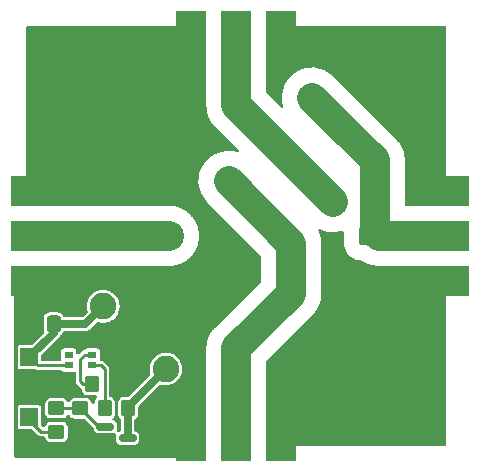
<source format=gbr>
%TF.GenerationSoftware,KiCad,Pcbnew,(6.0.7)*%
%TF.CreationDate,2022-09-13T12:21:28-04:00*%
%TF.ProjectId,switch-board,73776974-6368-42d6-926f-6172642e6b69,A*%
%TF.SameCoordinates,Original*%
%TF.FileFunction,Copper,L1,Top*%
%TF.FilePolarity,Positive*%
%FSLAX46Y46*%
G04 Gerber Fmt 4.6, Leading zero omitted, Abs format (unit mm)*
G04 Created by KiCad (PCBNEW (6.0.7)) date 2022-09-13 12:21:28*
%MOMM*%
%LPD*%
G01*
G04 APERTURE LIST*
G04 Aperture macros list*
%AMRoundRect*
0 Rectangle with rounded corners*
0 $1 Rounding radius*
0 $2 $3 $4 $5 $6 $7 $8 $9 X,Y pos of 4 corners*
0 Add a 4 corners polygon primitive as box body*
4,1,4,$2,$3,$4,$5,$6,$7,$8,$9,$2,$3,0*
0 Add four circle primitives for the rounded corners*
1,1,$1+$1,$2,$3*
1,1,$1+$1,$4,$5*
1,1,$1+$1,$6,$7*
1,1,$1+$1,$8,$9*
0 Add four rect primitives between the rounded corners*
20,1,$1+$1,$2,$3,$4,$5,0*
20,1,$1+$1,$4,$5,$6,$7,0*
20,1,$1+$1,$6,$7,$8,$9,0*
20,1,$1+$1,$8,$9,$2,$3,0*%
G04 Aperture macros list end*
%TA.AperFunction,SMDPad,CuDef*%
%ADD10RoundRect,0.250000X1.450000X-0.537500X1.450000X0.537500X-1.450000X0.537500X-1.450000X-0.537500X0*%
%TD*%
%TA.AperFunction,SMDPad,CuDef*%
%ADD11RoundRect,0.250000X0.450000X-0.350000X0.450000X0.350000X-0.450000X0.350000X-0.450000X-0.350000X0*%
%TD*%
%TA.AperFunction,SMDPad,CuDef*%
%ADD12R,5.080000X2.540000*%
%TD*%
%TA.AperFunction,SMDPad,CuDef*%
%ADD13RoundRect,0.250000X-0.337500X-0.475000X0.337500X-0.475000X0.337500X0.475000X-0.337500X0.475000X0*%
%TD*%
%TA.AperFunction,SMDPad,CuDef*%
%ADD14R,2.540000X5.080000*%
%TD*%
%TA.AperFunction,SMDPad,CuDef*%
%ADD15RoundRect,0.250000X0.350000X0.450000X-0.350000X0.450000X-0.350000X-0.450000X0.350000X-0.450000X0*%
%TD*%
%TA.AperFunction,SMDPad,CuDef*%
%ADD16RoundRect,0.250000X-0.350000X-0.450000X0.350000X-0.450000X0.350000X0.450000X-0.350000X0.450000X0*%
%TD*%
%TA.AperFunction,ComponentPad*%
%ADD17C,8.600000*%
%TD*%
%TA.AperFunction,SMDPad,CuDef*%
%ADD18RoundRect,0.250000X0.537500X1.450000X-0.537500X1.450000X-0.537500X-1.450000X0.537500X-1.450000X0*%
%TD*%
%TA.AperFunction,SMDPad,CuDef*%
%ADD19R,0.800000X0.550000*%
%TD*%
%TA.AperFunction,SMDPad,CuDef*%
%ADD20RoundRect,0.250000X-0.537500X-1.450000X0.537500X-1.450000X0.537500X1.450000X-0.537500X1.450000X0*%
%TD*%
%TA.AperFunction,SMDPad,CuDef*%
%ADD21RoundRect,0.250000X-1.450000X0.537500X-1.450000X-0.537500X1.450000X-0.537500X1.450000X0.537500X0*%
%TD*%
%TA.AperFunction,SMDPad,CuDef*%
%ADD22R,1.500000X1.500000*%
%TD*%
%TA.AperFunction,ComponentPad*%
%ADD23C,2.250000*%
%TD*%
%TA.AperFunction,SMDPad,CuDef*%
%ADD24RoundRect,0.150000X-0.587500X-0.150000X0.587500X-0.150000X0.587500X0.150000X-0.587500X0.150000X0*%
%TD*%
%TA.AperFunction,ViaPad*%
%ADD25C,1.016000*%
%TD*%
%TA.AperFunction,ViaPad*%
%ADD26C,2.540000*%
%TD*%
%TA.AperFunction,Conductor*%
%ADD27C,0.635000*%
%TD*%
%TA.AperFunction,Conductor*%
%ADD28C,2.540000*%
%TD*%
%TA.AperFunction,Conductor*%
%ADD29C,0.254000*%
%TD*%
G04 APERTURE END LIST*
D10*
%TO.P,C2,1*%
%TO.N,GND*%
X120015000Y-67796500D03*
%TO.P,C2,2*%
%TO.N,Net-(J6-Pad1)*%
X120015000Y-63521500D03*
%TD*%
D11*
%TO.P,R4,1*%
%TO.N,GND*%
X94742000Y-80121000D03*
%TO.P,R4,2*%
%TO.N,Net-(Q1-Pad1)*%
X94742000Y-78121000D03*
%TD*%
D12*
%TO.P,J6,1,In*%
%TO.N,Net-(J6-Pad1)*%
X125095000Y-63500000D03*
%TO.P,J6,2,Ext*%
%TO.N,GND*%
X125095000Y-67310000D03*
X125095000Y-59690000D03*
%TD*%
D13*
%TO.P,C1,1*%
%TO.N,GND*%
X90402500Y-70977000D03*
%TO.P,C1,2*%
%TO.N,Net-(C1-Pad2)*%
X92477500Y-70977000D03*
%TD*%
D14*
%TO.P,J4,1,In*%
%TO.N,Net-(C4-Pad2)*%
X107950000Y-46990000D03*
%TO.P,J4,2,Ext*%
%TO.N,GND*%
X104140000Y-46990000D03*
X111760000Y-46990000D03*
%TD*%
D15*
%TO.P,R3,1*%
%TO.N,Net-(D2-Pad2)*%
X98790000Y-78089000D03*
%TO.P,R3,2*%
%TO.N,Net-(D1-Pad1)*%
X96790000Y-78089000D03*
%TD*%
D16*
%TO.P,R1,1*%
%TO.N,GND*%
X93742000Y-76057000D03*
%TO.P,R1,2*%
%TO.N,Net-(D1-Pad2)*%
X95742000Y-76057000D03*
%TD*%
D17*
%TO.P,H1,1,1*%
%TO.N,GND*%
X119380000Y-74930000D03*
%TD*%
D18*
%TO.P,C3,1*%
%TO.N,GND*%
X112119500Y-74930000D03*
%TO.P,C3,2*%
%TO.N,Net-(C3-Pad2)*%
X107844500Y-74930000D03*
%TD*%
D19*
%TO.P,D1,1,RK*%
%TO.N,Net-(D1-Pad1)*%
X95742000Y-74475000D03*
%TO.P,D1,2,GK*%
%TO.N,Net-(D1-Pad2)*%
X95742000Y-73575000D03*
%TO.P,D1,3,BK*%
%TO.N,unconnected-(D1-Pad3)*%
X93742000Y-73575000D03*
%TO.P,D1,4,A*%
%TO.N,Net-(C1-Pad2)*%
X93742000Y-74475000D03*
%TD*%
D20*
%TO.P,C4,1*%
%TO.N,GND*%
X103780500Y-52070000D03*
%TO.P,C4,2*%
%TO.N,Net-(C4-Pad2)*%
X108055500Y-52070000D03*
%TD*%
D14*
%TO.P,J3,2,Ext*%
%TO.N,GND*%
X104140000Y-80010000D03*
X111760000Y-80010000D03*
%TO.P,J3,1,In*%
%TO.N,Net-(C3-Pad2)*%
X107950000Y-80010000D03*
%TD*%
D21*
%TO.P,C5,1*%
%TO.N,GND*%
X96520000Y-59330500D03*
%TO.P,C5,2*%
%TO.N,Net-(J6-Pad1)*%
X96520000Y-63605500D03*
%TD*%
D22*
%TO.P,J1,1,Pin_1*%
%TO.N,Net-(C1-Pad2)*%
X90424000Y-73771000D03*
%TD*%
%TO.P,J2,1,Pin_1*%
%TO.N,Net-(J2-Pad1)*%
X90424000Y-78851000D03*
%TD*%
D23*
%TO.P,K1,1*%
%TO.N,Net-(D2-Pad2)*%
X101974948Y-74778353D03*
%TO.P,K1,2*%
%TO.N,Net-(C3-Pad2)*%
X112581549Y-64171751D03*
X107278249Y-58868451D03*
%TO.P,K1,3*%
%TO.N,Net-(C4-Pad2)*%
X116117083Y-60636218D03*
X110813782Y-55332917D03*
%TO.P,K1,4*%
%TO.N,Net-(J6-Pad1)*%
X114349316Y-51797383D03*
X119652617Y-57100684D03*
%TO.P,K1,5*%
%TO.N,Net-(C1-Pad2)*%
X96671647Y-69475052D03*
%TD*%
D11*
%TO.P,R2,1*%
%TO.N,Net-(J2-Pad1)*%
X92710000Y-80105000D03*
%TO.P,R2,2*%
%TO.N,Net-(Q1-Pad1)*%
X92710000Y-78105000D03*
%TD*%
D12*
%TO.P,J5,1,In*%
%TO.N,Net-(J6-Pad1)*%
X91440000Y-63500000D03*
%TO.P,J5,2,Ext*%
%TO.N,GND*%
X91440000Y-59690000D03*
X91440000Y-67310000D03*
%TD*%
D22*
%TO.P,J7,1,Pin_1*%
%TO.N,GND*%
X90424000Y-76311000D03*
%TD*%
D24*
%TO.P,Q1,1,G*%
%TO.N,Net-(Q1-Pad1)*%
X96852500Y-79679000D03*
%TO.P,Q1,2,S*%
%TO.N,GND*%
X96852500Y-81579000D03*
%TO.P,Q1,3,D*%
%TO.N,Net-(D2-Pad2)*%
X98727500Y-80629000D03*
%TD*%
D17*
%TO.P,H2,1,1*%
%TO.N,GND*%
X96520000Y-52070000D03*
%TD*%
D25*
%TO.N,GND*%
X90170000Y-81280000D03*
X121920000Y-69850000D03*
X114300000Y-77470000D03*
X123825000Y-57150000D03*
X93980000Y-57150000D03*
X101600000Y-49530000D03*
X114300000Y-47625000D03*
X101600000Y-47625000D03*
X92075000Y-57150000D03*
X114300000Y-79375000D03*
X123825000Y-69850000D03*
X114935000Y-71120000D03*
D26*
%TO.N,Net-(J6-Pad1)*%
X102235000Y-63500000D03*
D25*
%TO.N,GND*%
X90805000Y-52070000D03*
X100330000Y-46355000D03*
X90805000Y-48260000D03*
X90805000Y-53975000D03*
X125095000Y-50165000D03*
X115570000Y-46355000D03*
X100965000Y-78740000D03*
X102235000Y-55880000D03*
X125095000Y-71120000D03*
X97790000Y-73025000D03*
X102235000Y-67310000D03*
X106045000Y-55880000D03*
X117475000Y-80645000D03*
X92710000Y-46355000D03*
X104140000Y-59690000D03*
X123190000Y-80645000D03*
X121285000Y-80645000D03*
X123190000Y-46355000D03*
X99695000Y-73025000D03*
X100330000Y-59690000D03*
X96520000Y-46355000D03*
X125095000Y-46355000D03*
X100965000Y-80645000D03*
X125095000Y-55880000D03*
X90805000Y-55880000D03*
X102235000Y-59690000D03*
X104140000Y-55880000D03*
X107950000Y-67310000D03*
X104140000Y-73025000D03*
X125095000Y-80645000D03*
X98425000Y-46355000D03*
X90805000Y-46355000D03*
X90805000Y-50165000D03*
X100330000Y-57785000D03*
X94615000Y-46355000D03*
X119380000Y-46355000D03*
X119380000Y-80645000D03*
X115570000Y-80645000D03*
X104140000Y-57785000D03*
X125095000Y-53975000D03*
X125095000Y-76835000D03*
X106045000Y-67310000D03*
X125095000Y-73025000D03*
X116205000Y-67310000D03*
X99695000Y-71120000D03*
X116205000Y-69215000D03*
X125095000Y-52070000D03*
X106045000Y-69215000D03*
X104140000Y-67310000D03*
X99060000Y-67310000D03*
X117475000Y-46355000D03*
X104140000Y-69215000D03*
X99695000Y-74930000D03*
X116205000Y-65405000D03*
X125095000Y-48260000D03*
X125095000Y-74930000D03*
X121285000Y-46355000D03*
X125095000Y-78740000D03*
X102235000Y-57785000D03*
X104140000Y-71120000D03*
%TD*%
D27*
%TO.N,Net-(D2-Pad2)*%
X98790000Y-78089000D02*
X98790000Y-77963301D01*
X98790000Y-77963301D02*
X101974948Y-74778353D01*
%TO.N,Net-(C1-Pad2)*%
X95169699Y-70977000D02*
X96671647Y-69475052D01*
X92477500Y-70977000D02*
X95169699Y-70977000D01*
D28*
%TO.N,Net-(J6-Pad1)*%
X91440000Y-63500000D02*
X102235000Y-63500000D01*
%TO.N,Net-(C4-Pad2)*%
X110813782Y-55332917D02*
X116117083Y-60636218D01*
%TO.N,Net-(C3-Pad2)*%
X107278249Y-58868451D02*
X112581549Y-64171751D01*
D27*
%TO.N,GND*%
X90678000Y-76057000D02*
X90424000Y-76311000D01*
%TO.N,Net-(C1-Pad2)*%
X92477500Y-71717500D02*
X90424000Y-73771000D01*
D29*
X91128000Y-74475000D02*
X90424000Y-73771000D01*
X93742000Y-74475000D02*
X91128000Y-74475000D01*
%TO.N,Net-(Q1-Pad1)*%
X94704500Y-78105000D02*
X94742000Y-78067500D01*
X96852500Y-79679000D02*
X96353500Y-79679000D01*
X92710000Y-78105000D02*
X94704500Y-78105000D01*
X96353500Y-79679000D02*
X94742000Y-78067500D01*
D28*
%TO.N,Net-(C3-Pad2)*%
X112581549Y-68393451D02*
X107950000Y-73025000D01*
X107950000Y-73025000D02*
X107950000Y-80010000D01*
X112581549Y-64171751D02*
X112581549Y-68393451D01*
D29*
%TO.N,Net-(D1-Pad1)*%
X96790000Y-78089000D02*
X96790000Y-74803000D01*
X96790000Y-74803000D02*
X96462000Y-74475000D01*
X96462000Y-74475000D02*
X95742000Y-74475000D01*
%TO.N,Net-(D1-Pad2)*%
X94742000Y-73921000D02*
X94742000Y-75803000D01*
X95088000Y-73575000D02*
X94742000Y-73921000D01*
X94742000Y-75803000D02*
X94996000Y-76057000D01*
X94996000Y-76057000D02*
X95742000Y-76057000D01*
X95742000Y-73575000D02*
X95088000Y-73575000D01*
D27*
%TO.N,Net-(D2-Pad2)*%
X98727500Y-78151500D02*
X98790000Y-78089000D01*
X98727500Y-80629000D02*
X98727500Y-78151500D01*
D28*
%TO.N,Net-(C4-Pad2)*%
X107950000Y-52469135D02*
X110813782Y-55332917D01*
X107950000Y-46990000D02*
X107950000Y-52469135D01*
%TO.N,Net-(J6-Pad1)*%
X124460000Y-63500000D02*
X120015000Y-63500000D01*
X119652617Y-57100684D02*
X116840000Y-54288067D01*
X120015000Y-63500000D02*
X119652617Y-63137617D01*
X119652617Y-63137617D02*
X119652617Y-57100684D01*
X116840000Y-54288067D02*
X114349316Y-51797383D01*
D29*
%TO.N,Net-(J2-Pad1)*%
X91424000Y-80105000D02*
X90424000Y-79105000D01*
X92710000Y-80105000D02*
X91424000Y-80105000D01*
X90424000Y-79105000D02*
X90424000Y-78851000D01*
%TD*%
%TA.AperFunction,Conductor*%
%TO.N,GND*%
G36*
X115067494Y-62952695D02*
G01*
X115106134Y-62972383D01*
X115406904Y-63080668D01*
X115718876Y-63150401D01*
X116037126Y-63180484D01*
X116041078Y-63180360D01*
X116041084Y-63180360D01*
X116210758Y-63175027D01*
X116356638Y-63170443D01*
X116360545Y-63169824D01*
X116360547Y-63169824D01*
X116668466Y-63121055D01*
X116668471Y-63121054D01*
X116672372Y-63120436D01*
X116883347Y-63059142D01*
X116954343Y-63059345D01*
X117013960Y-63097899D01*
X117043268Y-63162564D01*
X117044500Y-63180139D01*
X117044501Y-63654557D01*
X117044501Y-64128012D01*
X117044662Y-64130253D01*
X117044662Y-64130264D01*
X117050639Y-64213648D01*
X117055149Y-64276573D01*
X117056207Y-64281231D01*
X117056208Y-64281236D01*
X117075182Y-64364749D01*
X117109357Y-64515171D01*
X117201015Y-64742033D01*
X117327765Y-64951322D01*
X117486346Y-65137654D01*
X117672678Y-65296235D01*
X117677010Y-65298859D01*
X117677012Y-65298860D01*
X117877639Y-65420364D01*
X117881967Y-65422985D01*
X118108829Y-65514643D01*
X118347427Y-65568851D01*
X118352192Y-65569193D01*
X118352195Y-65569193D01*
X118493737Y-65579339D01*
X118493745Y-65579339D01*
X118495987Y-65579500D01*
X118513891Y-65579500D01*
X118581405Y-65599115D01*
X118618338Y-65622553D01*
X118621645Y-65624726D01*
X118711639Y-65685885D01*
X118719223Y-65691039D01*
X118722748Y-65692835D01*
X118749600Y-65706517D01*
X118759899Y-65712391D01*
X118788685Y-65730659D01*
X118895415Y-65780882D01*
X118898916Y-65782597D01*
X119004052Y-65836166D01*
X119007784Y-65837509D01*
X119007785Y-65837510D01*
X119036115Y-65847709D01*
X119047085Y-65852252D01*
X119074348Y-65865082D01*
X119074356Y-65865085D01*
X119077930Y-65866767D01*
X119190124Y-65903221D01*
X119193786Y-65904474D01*
X119304822Y-65944450D01*
X119308674Y-65945311D01*
X119308688Y-65945315D01*
X119338078Y-65951883D01*
X119349532Y-65955016D01*
X119361276Y-65958832D01*
X119378180Y-65964325D01*
X119378185Y-65964326D01*
X119381954Y-65965551D01*
X119385846Y-65966293D01*
X119385852Y-65966295D01*
X119456644Y-65979799D01*
X119497815Y-65987653D01*
X119501673Y-65988451D01*
X119616793Y-66014183D01*
X119650722Y-66017390D01*
X119662473Y-66019063D01*
X119695961Y-66025451D01*
X119770820Y-66030161D01*
X119813688Y-66032858D01*
X119817633Y-66033168D01*
X119864659Y-66037613D01*
X119935043Y-66044266D01*
X119938995Y-66044142D01*
X119939001Y-66044142D01*
X120052907Y-66040562D01*
X120056865Y-66040500D01*
X125603500Y-66040500D01*
X125671621Y-66060502D01*
X125718114Y-66114158D01*
X125729500Y-66166500D01*
X125729500Y-81153500D01*
X125709498Y-81221621D01*
X125655842Y-81268114D01*
X125603500Y-81279500D01*
X110616500Y-81279500D01*
X110548379Y-81259498D01*
X110501886Y-81205842D01*
X110490500Y-81153500D01*
X110490500Y-74129499D01*
X110510502Y-74061378D01*
X110527405Y-74040404D01*
X114348322Y-70219487D01*
X114351164Y-70216732D01*
X114434268Y-70138692D01*
X114437155Y-70135981D01*
X114512346Y-70045090D01*
X114514906Y-70042093D01*
X114515747Y-70041139D01*
X114592907Y-69953620D01*
X114612075Y-69925415D01*
X114619195Y-69915933D01*
X114638398Y-69892721D01*
X114638400Y-69892718D01*
X114640920Y-69889672D01*
X114704111Y-69790100D01*
X114706275Y-69786806D01*
X114770359Y-69692508D01*
X114770360Y-69692507D01*
X114772588Y-69689228D01*
X114788067Y-69658850D01*
X114793940Y-69648552D01*
X114812208Y-69619766D01*
X114862435Y-69513029D01*
X114864169Y-69509489D01*
X114879699Y-69479010D01*
X114917714Y-69404400D01*
X114923259Y-69389000D01*
X114929260Y-69372331D01*
X114933803Y-69361364D01*
X114946630Y-69334104D01*
X114948316Y-69330521D01*
X114984776Y-69218309D01*
X114986029Y-69214647D01*
X115025998Y-69103630D01*
X115033432Y-69070370D01*
X115036565Y-69058920D01*
X115045876Y-69030263D01*
X115047100Y-69026497D01*
X115069206Y-68910612D01*
X115070009Y-68906736D01*
X115094868Y-68795526D01*
X115094869Y-68795517D01*
X115095732Y-68791658D01*
X115098939Y-68757729D01*
X115100612Y-68745977D01*
X115106256Y-68716390D01*
X115107000Y-68712490D01*
X115114407Y-68594763D01*
X115114717Y-68590818D01*
X115125442Y-68477351D01*
X115125815Y-68473408D01*
X115122111Y-68355544D01*
X115122049Y-68351586D01*
X115122049Y-64213648D01*
X115122111Y-64209690D01*
X115125692Y-64095752D01*
X115125692Y-64095746D01*
X115125816Y-64091794D01*
X115115326Y-63980822D01*
X115114716Y-63974364D01*
X115114406Y-63970419D01*
X115107249Y-63856673D01*
X115107000Y-63852712D01*
X115100612Y-63819226D01*
X115098939Y-63807472D01*
X115096104Y-63777480D01*
X115095732Y-63773544D01*
X115070000Y-63658424D01*
X115069200Y-63654557D01*
X115047844Y-63542603D01*
X115047842Y-63542597D01*
X115047100Y-63538705D01*
X115036565Y-63506283D01*
X115033432Y-63494829D01*
X115026864Y-63465439D01*
X115026860Y-63465425D01*
X115025999Y-63461573D01*
X114986023Y-63350537D01*
X114984770Y-63346875D01*
X114948316Y-63234681D01*
X114946634Y-63231107D01*
X114946631Y-63231099D01*
X114933801Y-63203836D01*
X114929258Y-63192866D01*
X114919059Y-63164536D01*
X114919058Y-63164535D01*
X114917715Y-63160803D01*
X114898029Y-63122166D01*
X114884925Y-63052389D01*
X114911626Y-62986604D01*
X114969654Y-62945699D01*
X115040585Y-62942659D01*
X115067494Y-62952695D01*
G37*
%TD.AperFunction*%
%TA.AperFunction,Conductor*%
G36*
X105351621Y-45740502D02*
G01*
X105398114Y-45794158D01*
X105409500Y-45846500D01*
X105409500Y-52427270D01*
X105409438Y-52431228D01*
X105405734Y-52549092D01*
X105406107Y-52553035D01*
X105416832Y-52666502D01*
X105417142Y-52670447D01*
X105424549Y-52788174D01*
X105425293Y-52792074D01*
X105430937Y-52821661D01*
X105432610Y-52833413D01*
X105435817Y-52867342D01*
X105436679Y-52871198D01*
X105461547Y-52982453D01*
X105462347Y-52986320D01*
X105484449Y-53102181D01*
X105485674Y-53105950D01*
X105485675Y-53105955D01*
X105494983Y-53134599D01*
X105498117Y-53146057D01*
X105504685Y-53175447D01*
X105504689Y-53175461D01*
X105505550Y-53179313D01*
X105545526Y-53290349D01*
X105546779Y-53294011D01*
X105583233Y-53406205D01*
X105584915Y-53409779D01*
X105584918Y-53409787D01*
X105597748Y-53437050D01*
X105602291Y-53448020D01*
X105613834Y-53480083D01*
X105667403Y-53585219D01*
X105669118Y-53588720D01*
X105719341Y-53695450D01*
X105737609Y-53724236D01*
X105743482Y-53734534D01*
X105758961Y-53764912D01*
X105761189Y-53768191D01*
X105761190Y-53768192D01*
X105825274Y-53862490D01*
X105827438Y-53865784D01*
X105890629Y-53965356D01*
X105893149Y-53968402D01*
X105893151Y-53968405D01*
X105912354Y-53991617D01*
X105919474Y-54001099D01*
X105938642Y-54029304D01*
X106016643Y-54117777D01*
X106019203Y-54120774D01*
X106094394Y-54211665D01*
X106097281Y-54214376D01*
X106180385Y-54292416D01*
X106183227Y-54295171D01*
X106239864Y-54351808D01*
X106258544Y-54375631D01*
X106280765Y-54412322D01*
X106439346Y-54598654D01*
X106625678Y-54757235D01*
X106662368Y-54779455D01*
X106686192Y-54798136D01*
X108098553Y-56210497D01*
X108132579Y-56272809D01*
X108127514Y-56343624D01*
X108084967Y-56400460D01*
X108018447Y-56425271D01*
X107981972Y-56422558D01*
X107680312Y-56355130D01*
X107680313Y-56355130D01*
X107676456Y-56354268D01*
X107358206Y-56324185D01*
X107354254Y-56324309D01*
X107354248Y-56324309D01*
X107184574Y-56329642D01*
X107038694Y-56334226D01*
X107034787Y-56334845D01*
X107034785Y-56334845D01*
X106726866Y-56383614D01*
X106726861Y-56383615D01*
X106722960Y-56384233D01*
X106719160Y-56385337D01*
X106419786Y-56472312D01*
X106419780Y-56472314D01*
X106415984Y-56473417D01*
X106412358Y-56474986D01*
X106412350Y-56474989D01*
X106126245Y-56598798D01*
X106126242Y-56598800D01*
X106122606Y-56600373D01*
X105847452Y-56763099D01*
X105844315Y-56765532D01*
X105844314Y-56765533D01*
X105823543Y-56781645D01*
X105594865Y-56959026D01*
X105368824Y-57185067D01*
X105172897Y-57437654D01*
X105010171Y-57712808D01*
X105008598Y-57716444D01*
X105008596Y-57716447D01*
X104884787Y-58002552D01*
X104884784Y-58002560D01*
X104883215Y-58006186D01*
X104794031Y-58313162D01*
X104744024Y-58628896D01*
X104733983Y-58948408D01*
X104764066Y-59266658D01*
X104833799Y-59578629D01*
X104942083Y-59879399D01*
X105087210Y-60164228D01*
X105266891Y-60428620D01*
X105425390Y-60608401D01*
X105426801Y-60609812D01*
X110004144Y-65187156D01*
X110038170Y-65249468D01*
X110041049Y-65276251D01*
X110041049Y-67288952D01*
X110021047Y-67357073D01*
X110004144Y-67378047D01*
X106183227Y-71198964D01*
X106180386Y-71201718D01*
X106094394Y-71282470D01*
X106091870Y-71285521D01*
X106019215Y-71373347D01*
X106016655Y-71376344D01*
X105938642Y-71464831D01*
X105919474Y-71493036D01*
X105912358Y-71502513D01*
X105890629Y-71528779D01*
X105850130Y-71592595D01*
X105827447Y-71628338D01*
X105825274Y-71631645D01*
X105761190Y-71725943D01*
X105758961Y-71729223D01*
X105757165Y-71732748D01*
X105743483Y-71759600D01*
X105737609Y-71769899D01*
X105719341Y-71798685D01*
X105717653Y-71802272D01*
X105717652Y-71802274D01*
X105669125Y-71905400D01*
X105667403Y-71908916D01*
X105613834Y-72014052D01*
X105612491Y-72017784D01*
X105612490Y-72017785D01*
X105602291Y-72046115D01*
X105597748Y-72057085D01*
X105584918Y-72084348D01*
X105584915Y-72084356D01*
X105583233Y-72087930D01*
X105546779Y-72200124D01*
X105545526Y-72203786D01*
X105505550Y-72314822D01*
X105504689Y-72318674D01*
X105504685Y-72318688D01*
X105498117Y-72348078D01*
X105494984Y-72359532D01*
X105484449Y-72391954D01*
X105464402Y-72497046D01*
X105462349Y-72507806D01*
X105461549Y-72511673D01*
X105435817Y-72626793D01*
X105435445Y-72630729D01*
X105432610Y-72660721D01*
X105430937Y-72672473D01*
X105424549Y-72705961D01*
X105419839Y-72780820D01*
X105417142Y-72823688D01*
X105416832Y-72827633D01*
X105412432Y-72874184D01*
X105405734Y-72945043D01*
X105405858Y-72948995D01*
X105405858Y-72949001D01*
X105409438Y-73062907D01*
X105409500Y-73066865D01*
X105409500Y-81153500D01*
X105389498Y-81221621D01*
X105335842Y-81268114D01*
X105283500Y-81279500D01*
X104775000Y-81279500D01*
X104775000Y-66675000D01*
X90170500Y-66675000D01*
X90170500Y-66166500D01*
X90190502Y-66098379D01*
X90244158Y-66051886D01*
X90296500Y-66040500D01*
X102394835Y-66040500D01*
X102470284Y-66030969D01*
X102478139Y-66030226D01*
X102554039Y-66025451D01*
X102628743Y-66011201D01*
X102636544Y-66009965D01*
X102711983Y-66000435D01*
X102738756Y-65993561D01*
X102785636Y-65981525D01*
X102793359Y-65979799D01*
X102828754Y-65973046D01*
X102868046Y-65965551D01*
X102871819Y-65964325D01*
X102871823Y-65964324D01*
X102940360Y-65942055D01*
X102947961Y-65939847D01*
X103017759Y-65921926D01*
X103017777Y-65921920D01*
X103021610Y-65920936D01*
X103092302Y-65892947D01*
X103099749Y-65890266D01*
X103168312Y-65867988D01*
X103168311Y-65867988D01*
X103172070Y-65866767D01*
X103240870Y-65834392D01*
X103248125Y-65831253D01*
X103315157Y-65804713D01*
X103315162Y-65804711D01*
X103318831Y-65803258D01*
X103322286Y-65801358D01*
X103322300Y-65801352D01*
X103385470Y-65766624D01*
X103392521Y-65763031D01*
X103461315Y-65730659D01*
X103525527Y-65689909D01*
X103532331Y-65685885D01*
X103595480Y-65651169D01*
X103595485Y-65651166D01*
X103598959Y-65649256D01*
X103660475Y-65604562D01*
X103667022Y-65600113D01*
X103727877Y-65561493D01*
X103731221Y-65559371D01*
X103789813Y-65510899D01*
X103796064Y-65506051D01*
X103854373Y-65463687D01*
X103854374Y-65463686D01*
X103857577Y-65461359D01*
X103913007Y-65409306D01*
X103918944Y-65404072D01*
X103974479Y-65358130D01*
X103977530Y-65355606D01*
X104029595Y-65300162D01*
X104035162Y-65294595D01*
X104090606Y-65242530D01*
X104139075Y-65183941D01*
X104144308Y-65178005D01*
X104193648Y-65125464D01*
X104193649Y-65125463D01*
X104196359Y-65122577D01*
X104241053Y-65061061D01*
X104245902Y-65054810D01*
X104294371Y-64996221D01*
X104335113Y-64932022D01*
X104339562Y-64925475D01*
X104381925Y-64867167D01*
X104384256Y-64863959D01*
X104420885Y-64797331D01*
X104424915Y-64790516D01*
X104463540Y-64729654D01*
X104465659Y-64726315D01*
X104498034Y-64657516D01*
X104501624Y-64650470D01*
X104536352Y-64587300D01*
X104536358Y-64587286D01*
X104538258Y-64583831D01*
X104566253Y-64513125D01*
X104569396Y-64505862D01*
X104601767Y-64437070D01*
X104625266Y-64364749D01*
X104627947Y-64357303D01*
X104654476Y-64290297D01*
X104655936Y-64286610D01*
X104656920Y-64282777D01*
X104656926Y-64282759D01*
X104674847Y-64212961D01*
X104677055Y-64205360D01*
X104699324Y-64136823D01*
X104699325Y-64136819D01*
X104700551Y-64133046D01*
X104714799Y-64058359D01*
X104716525Y-64050636D01*
X104734449Y-63980822D01*
X104735435Y-63976983D01*
X104744965Y-63901544D01*
X104746202Y-63893734D01*
X104753272Y-63856673D01*
X104760451Y-63819039D01*
X104765226Y-63743139D01*
X104765970Y-63735269D01*
X104775500Y-63659835D01*
X104775500Y-63583793D01*
X104775749Y-63575881D01*
X104780274Y-63503958D01*
X104780523Y-63500000D01*
X104775749Y-63424119D01*
X104775500Y-63416207D01*
X104775500Y-63340165D01*
X104765969Y-63264716D01*
X104765225Y-63256849D01*
X104763831Y-63234681D01*
X104760451Y-63180961D01*
X104746201Y-63106257D01*
X104744964Y-63098448D01*
X104739999Y-63059142D01*
X104735435Y-63023017D01*
X104726086Y-62986604D01*
X104716525Y-62949364D01*
X104714799Y-62941641D01*
X104708047Y-62906246D01*
X104700551Y-62866954D01*
X104699324Y-62863177D01*
X104677055Y-62794640D01*
X104674847Y-62787039D01*
X104656926Y-62717241D01*
X104656920Y-62717223D01*
X104655936Y-62713390D01*
X104627947Y-62642697D01*
X104625266Y-62635251D01*
X104602988Y-62566688D01*
X104601767Y-62562930D01*
X104569392Y-62494130D01*
X104566253Y-62486875D01*
X104539713Y-62419843D01*
X104539711Y-62419838D01*
X104538258Y-62416169D01*
X104536358Y-62412714D01*
X104536352Y-62412700D01*
X104501624Y-62349530D01*
X104498031Y-62342479D01*
X104465659Y-62273685D01*
X104424909Y-62209473D01*
X104420885Y-62202669D01*
X104386169Y-62139520D01*
X104386166Y-62139515D01*
X104384256Y-62136041D01*
X104339562Y-62074525D01*
X104335113Y-62067978D01*
X104296493Y-62007123D01*
X104294371Y-62003779D01*
X104245899Y-61945187D01*
X104241051Y-61938936D01*
X104198687Y-61880627D01*
X104198686Y-61880626D01*
X104196359Y-61877423D01*
X104144306Y-61821993D01*
X104139072Y-61816056D01*
X104093130Y-61760521D01*
X104090606Y-61757470D01*
X104035162Y-61705405D01*
X104029595Y-61699838D01*
X103977530Y-61644394D01*
X103918941Y-61595925D01*
X103913005Y-61590692D01*
X103860464Y-61541352D01*
X103860463Y-61541351D01*
X103857577Y-61538641D01*
X103796061Y-61493947D01*
X103789810Y-61489098D01*
X103731221Y-61440629D01*
X103667022Y-61399887D01*
X103660475Y-61395438D01*
X103602167Y-61353075D01*
X103598959Y-61350744D01*
X103595485Y-61348834D01*
X103595480Y-61348831D01*
X103532331Y-61314115D01*
X103525527Y-61310091D01*
X103461315Y-61269341D01*
X103392516Y-61236966D01*
X103385470Y-61233376D01*
X103322300Y-61198648D01*
X103322286Y-61198642D01*
X103318831Y-61196742D01*
X103315162Y-61195289D01*
X103315157Y-61195287D01*
X103248125Y-61168747D01*
X103240870Y-61165608D01*
X103172070Y-61133233D01*
X103099750Y-61109734D01*
X103092303Y-61107053D01*
X103086499Y-61104755D01*
X103021610Y-61079064D01*
X103017777Y-61078080D01*
X103017759Y-61078074D01*
X102947961Y-61060153D01*
X102940360Y-61057945D01*
X102871823Y-61035676D01*
X102871819Y-61035675D01*
X102868046Y-61034449D01*
X102828754Y-61026953D01*
X102793359Y-61020201D01*
X102785636Y-61018475D01*
X102738756Y-61006439D01*
X102711983Y-60999565D01*
X102636544Y-60990035D01*
X102628743Y-60988799D01*
X102554039Y-60974549D01*
X102478139Y-60969774D01*
X102470284Y-60969031D01*
X102394835Y-60959500D01*
X90296500Y-60959500D01*
X90228379Y-60939498D01*
X90181886Y-60885842D01*
X90170500Y-60833500D01*
X90170500Y-45846500D01*
X90190502Y-45778379D01*
X90244158Y-45731886D01*
X90296500Y-45720500D01*
X105283500Y-45720500D01*
X105351621Y-45740502D01*
G37*
%TD.AperFunction*%
%TA.AperFunction,Conductor*%
G36*
X125671621Y-45740502D02*
G01*
X125718114Y-45794158D01*
X125729500Y-45846500D01*
X125729500Y-60833500D01*
X125709498Y-60901621D01*
X125655842Y-60948114D01*
X125603500Y-60959500D01*
X122319117Y-60959500D01*
X122250996Y-60939498D01*
X122204503Y-60885842D01*
X122193117Y-60833500D01*
X122193117Y-57142549D01*
X122193179Y-57138591D01*
X122196759Y-57024685D01*
X122196759Y-57024679D01*
X122196883Y-57020727D01*
X122185785Y-56903317D01*
X122185475Y-56899372D01*
X122178317Y-56785608D01*
X122178068Y-56781645D01*
X122171680Y-56748157D01*
X122170007Y-56736405D01*
X122167172Y-56706413D01*
X122166800Y-56702477D01*
X122165939Y-56698626D01*
X122165936Y-56698606D01*
X122141070Y-56587364D01*
X122140267Y-56583487D01*
X122118911Y-56471533D01*
X122118168Y-56467638D01*
X122116943Y-56463867D01*
X122107636Y-56435223D01*
X122104503Y-56423773D01*
X122097928Y-56394359D01*
X122097067Y-56390505D01*
X122095207Y-56385337D01*
X122057106Y-56279511D01*
X122055824Y-56275765D01*
X122020610Y-56167388D01*
X122019384Y-56163614D01*
X122017697Y-56160028D01*
X122017693Y-56160019D01*
X122004870Y-56132769D01*
X122000327Y-56121803D01*
X121990119Y-56093449D01*
X121988782Y-56089735D01*
X121935230Y-55984633D01*
X121933496Y-55981092D01*
X121884965Y-55877958D01*
X121884964Y-55877956D01*
X121883276Y-55874369D01*
X121865008Y-55845583D01*
X121859134Y-55835284D01*
X121845452Y-55808432D01*
X121843656Y-55804907D01*
X121841427Y-55801627D01*
X121777343Y-55707329D01*
X121775170Y-55704022D01*
X121711988Y-55604463D01*
X121690259Y-55578197D01*
X121683143Y-55568720D01*
X121663975Y-55540515D01*
X121585962Y-55452028D01*
X121583402Y-55449031D01*
X121510747Y-55361205D01*
X121508223Y-55358154D01*
X121422231Y-55277402D01*
X121419390Y-55274648D01*
X116089266Y-49944524D01*
X115909485Y-49786025D01*
X115774759Y-49694465D01*
X115648366Y-49608568D01*
X115648362Y-49608566D01*
X115645093Y-49606344D01*
X115360264Y-49461217D01*
X115356540Y-49459876D01*
X115356537Y-49459875D01*
X115063216Y-49354273D01*
X115059494Y-49352933D01*
X114747523Y-49283200D01*
X114429273Y-49253117D01*
X114425321Y-49253241D01*
X114425315Y-49253241D01*
X114255641Y-49258574D01*
X114109761Y-49263158D01*
X114105854Y-49263777D01*
X114105852Y-49263777D01*
X113797933Y-49312546D01*
X113797928Y-49312547D01*
X113794027Y-49313165D01*
X113790227Y-49314269D01*
X113490853Y-49401244D01*
X113490847Y-49401246D01*
X113487051Y-49402349D01*
X113483425Y-49403918D01*
X113483417Y-49403921D01*
X113197312Y-49527730D01*
X113197309Y-49527732D01*
X113193673Y-49529305D01*
X112918519Y-49692031D01*
X112665932Y-49887958D01*
X112439891Y-50113999D01*
X112243964Y-50366586D01*
X112081238Y-50641740D01*
X112079665Y-50645376D01*
X112079663Y-50645379D01*
X111955854Y-50931484D01*
X111955851Y-50931492D01*
X111954282Y-50935118D01*
X111865098Y-51242094D01*
X111815091Y-51557828D01*
X111805050Y-51877340D01*
X111835133Y-52195590D01*
X111835995Y-52199446D01*
X111903423Y-52501107D01*
X111898762Y-52571951D01*
X111856541Y-52629029D01*
X111790163Y-52654219D01*
X111720704Y-52639523D01*
X111691362Y-52617688D01*
X110527405Y-51453731D01*
X110493379Y-51391419D01*
X110490500Y-51364636D01*
X110490500Y-45846500D01*
X110510502Y-45778379D01*
X110564158Y-45731886D01*
X110616500Y-45720500D01*
X125603500Y-45720500D01*
X125671621Y-45740502D01*
G37*
%TD.AperFunction*%
%TD*%
%TA.AperFunction,Conductor*%
%TO.N,GND*%
G36*
X104775000Y-82295500D02*
G01*
X89280500Y-82295500D01*
X89212379Y-82275498D01*
X89165886Y-82221842D01*
X89154500Y-82169500D01*
X89154500Y-78075933D01*
X89419500Y-78075933D01*
X89419501Y-79626066D01*
X89434266Y-79700301D01*
X89490516Y-79784484D01*
X89574699Y-79840734D01*
X89648933Y-79855500D01*
X89753437Y-79855500D01*
X90582787Y-79855499D01*
X90650908Y-79875501D01*
X90671882Y-79892404D01*
X91115954Y-80336476D01*
X91131318Y-80355499D01*
X91132282Y-80356558D01*
X91137929Y-80365304D01*
X91146108Y-80371752D01*
X91146110Y-80371754D01*
X91164477Y-80386234D01*
X91168950Y-80390209D01*
X91169011Y-80390137D01*
X91172968Y-80393490D01*
X91176649Y-80397171D01*
X91180881Y-80400195D01*
X91192439Y-80408455D01*
X91197185Y-80412018D01*
X91237670Y-80443934D01*
X91246355Y-80446984D01*
X91253843Y-80452335D01*
X91303250Y-80467110D01*
X91308837Y-80468926D01*
X91357502Y-80486016D01*
X91363091Y-80486500D01*
X91365802Y-80486500D01*
X91368471Y-80486615D01*
X91368532Y-80486634D01*
X91368525Y-80486808D01*
X91369272Y-80486855D01*
X91375525Y-80488725D01*
X91429689Y-80486597D01*
X91434635Y-80486500D01*
X91645653Y-80486500D01*
X91713774Y-80506502D01*
X91760267Y-80560158D01*
X91763635Y-80568271D01*
X91812929Y-80699764D01*
X91818309Y-80706943D01*
X91818311Y-80706946D01*
X91884287Y-80794977D01*
X91899596Y-80815404D01*
X91906776Y-80820785D01*
X92008054Y-80896689D01*
X92008057Y-80896691D01*
X92015236Y-80902071D01*
X92104954Y-80935704D01*
X92143157Y-80950026D01*
X92143159Y-80950026D01*
X92150552Y-80952798D01*
X92158402Y-80953651D01*
X92158403Y-80953651D01*
X92208847Y-80959131D01*
X92212244Y-80959500D01*
X93207756Y-80959500D01*
X93211153Y-80959131D01*
X93261597Y-80953651D01*
X93261598Y-80953651D01*
X93269448Y-80952798D01*
X93276841Y-80950026D01*
X93276843Y-80950026D01*
X93315046Y-80935704D01*
X93404764Y-80902071D01*
X93411943Y-80896691D01*
X93411946Y-80896689D01*
X93513224Y-80820785D01*
X93520404Y-80815404D01*
X93535713Y-80794977D01*
X93601689Y-80706946D01*
X93601691Y-80706943D01*
X93607071Y-80699764D01*
X93657798Y-80564448D01*
X93664500Y-80502756D01*
X93664500Y-79707244D01*
X93657798Y-79645552D01*
X93643302Y-79606882D01*
X93640704Y-79599954D01*
X93607071Y-79510236D01*
X93601691Y-79503057D01*
X93601689Y-79503054D01*
X93525785Y-79401776D01*
X93520404Y-79394596D01*
X93499977Y-79379287D01*
X93411946Y-79313311D01*
X93411943Y-79313309D01*
X93404764Y-79307929D01*
X93315046Y-79274296D01*
X93276843Y-79259974D01*
X93276841Y-79259974D01*
X93269448Y-79257202D01*
X93261598Y-79256349D01*
X93261597Y-79256349D01*
X93211153Y-79250869D01*
X93211152Y-79250869D01*
X93207756Y-79250500D01*
X92212244Y-79250500D01*
X92208848Y-79250869D01*
X92208847Y-79250869D01*
X92158403Y-79256349D01*
X92158402Y-79256349D01*
X92150552Y-79257202D01*
X92143159Y-79259974D01*
X92143157Y-79259974D01*
X92104954Y-79274296D01*
X92015236Y-79307929D01*
X92008057Y-79313309D01*
X92008054Y-79313311D01*
X91920023Y-79379287D01*
X91899596Y-79394596D01*
X91894215Y-79401776D01*
X91818311Y-79503054D01*
X91818309Y-79503057D01*
X91812929Y-79510236D01*
X91776699Y-79606882D01*
X91763635Y-79641729D01*
X91720994Y-79698494D01*
X91654432Y-79723194D01*
X91645653Y-79723500D01*
X91634213Y-79723500D01*
X91566092Y-79703498D01*
X91545118Y-79686595D01*
X91465405Y-79606882D01*
X91431379Y-79544570D01*
X91428500Y-79517787D01*
X91428499Y-78082123D01*
X91428499Y-78075934D01*
X91413734Y-78001699D01*
X91392501Y-77969921D01*
X91364377Y-77927832D01*
X91357484Y-77917516D01*
X91273301Y-77861266D01*
X91199067Y-77846500D01*
X90424126Y-77846500D01*
X89648934Y-77846501D01*
X89613182Y-77853612D01*
X89586874Y-77858844D01*
X89586872Y-77858845D01*
X89574699Y-77861266D01*
X89564379Y-77868161D01*
X89564378Y-77868162D01*
X89514036Y-77901800D01*
X89490516Y-77917516D01*
X89434266Y-78001699D01*
X89419500Y-78075933D01*
X89154500Y-78075933D01*
X89154500Y-72995933D01*
X89419500Y-72995933D01*
X89419501Y-74546066D01*
X89434266Y-74620301D01*
X89441161Y-74630621D01*
X89441162Y-74630622D01*
X89466508Y-74668554D01*
X89490516Y-74704484D01*
X89574699Y-74760734D01*
X89648933Y-74775500D01*
X89805080Y-74775500D01*
X90849223Y-74775499D01*
X90917344Y-74795501D01*
X90927229Y-74802549D01*
X90941670Y-74813934D01*
X90950355Y-74816984D01*
X90957842Y-74822334D01*
X91007247Y-74837109D01*
X91012842Y-74838927D01*
X91061502Y-74856016D01*
X91067091Y-74856500D01*
X91069804Y-74856500D01*
X91072469Y-74856615D01*
X91072532Y-74856634D01*
X91072525Y-74856808D01*
X91073271Y-74856855D01*
X91079524Y-74858725D01*
X91129383Y-74856766D01*
X91133678Y-74856597D01*
X91138625Y-74856500D01*
X93039728Y-74856500D01*
X93107849Y-74876502D01*
X93144493Y-74912498D01*
X93151621Y-74923166D01*
X93151623Y-74923168D01*
X93158516Y-74933484D01*
X93168832Y-74940377D01*
X93168834Y-74940379D01*
X93206926Y-74965831D01*
X93242699Y-74989734D01*
X93316933Y-75004500D01*
X93741931Y-75004500D01*
X94167066Y-75004499D01*
X94209922Y-74995975D01*
X94280634Y-75002303D01*
X94336701Y-75045858D01*
X94360500Y-75119554D01*
X94360500Y-75748865D01*
X94357914Y-75773164D01*
X94357846Y-75774602D01*
X94355655Y-75784780D01*
X94356879Y-75795120D01*
X94359627Y-75818342D01*
X94359979Y-75824320D01*
X94360072Y-75824312D01*
X94360500Y-75829490D01*
X94360500Y-75834692D01*
X94361354Y-75839822D01*
X94363686Y-75853832D01*
X94364522Y-75859704D01*
X94370582Y-75910907D01*
X94374567Y-75919206D01*
X94376078Y-75928283D01*
X94400558Y-75973651D01*
X94403239Y-75978914D01*
X94422127Y-76018250D01*
X94422130Y-76018254D01*
X94425560Y-76025398D01*
X94429170Y-76029692D01*
X94431102Y-76031624D01*
X94432889Y-76033573D01*
X94432918Y-76033626D01*
X94432788Y-76033745D01*
X94433289Y-76034313D01*
X94436388Y-76040057D01*
X94469373Y-76070548D01*
X94476194Y-76076853D01*
X94479761Y-76080283D01*
X94687960Y-76288483D01*
X94703314Y-76307494D01*
X94704280Y-76308556D01*
X94709929Y-76317304D01*
X94718104Y-76323748D01*
X94718106Y-76323751D01*
X94736472Y-76338229D01*
X94740950Y-76342208D01*
X94741010Y-76342137D01*
X94744967Y-76345490D01*
X94748648Y-76349171D01*
X94752880Y-76352195D01*
X94752882Y-76352197D01*
X94764457Y-76360469D01*
X94769202Y-76364032D01*
X94809670Y-76395934D01*
X94818355Y-76398984D01*
X94825496Y-76404087D01*
X94825847Y-76404338D01*
X94825766Y-76404451D01*
X94872269Y-76451234D01*
X94887500Y-76511286D01*
X94887500Y-76554756D01*
X94894202Y-76616448D01*
X94944929Y-76751764D01*
X94950309Y-76758943D01*
X94950311Y-76758946D01*
X95016287Y-76846977D01*
X95031596Y-76867404D01*
X95038776Y-76872785D01*
X95140054Y-76948689D01*
X95140057Y-76948691D01*
X95147236Y-76954071D01*
X95236954Y-76987704D01*
X95275157Y-77002026D01*
X95275159Y-77002026D01*
X95282552Y-77004798D01*
X95290402Y-77005651D01*
X95290403Y-77005651D01*
X95340847Y-77011131D01*
X95344244Y-77011500D01*
X96057763Y-77011500D01*
X96125884Y-77031502D01*
X96172377Y-77085158D01*
X96182481Y-77155432D01*
X96152987Y-77220012D01*
X96133328Y-77238326D01*
X96116592Y-77250869D01*
X96079596Y-77278596D01*
X96074215Y-77285776D01*
X95998311Y-77387054D01*
X95998309Y-77387057D01*
X95992929Y-77394236D01*
X95959296Y-77483954D01*
X95945114Y-77521785D01*
X95942202Y-77529552D01*
X95941349Y-77537402D01*
X95941349Y-77537403D01*
X95935869Y-77587847D01*
X95935500Y-77591244D01*
X95935500Y-77624557D01*
X95915498Y-77692678D01*
X95861842Y-77739171D01*
X95791568Y-77749275D01*
X95726988Y-77719781D01*
X95691329Y-77660978D01*
X95689798Y-77661552D01*
X95662304Y-77588212D01*
X95639071Y-77526236D01*
X95633691Y-77519057D01*
X95633689Y-77519054D01*
X95557785Y-77417776D01*
X95552404Y-77410596D01*
X95520992Y-77387054D01*
X95443946Y-77329311D01*
X95443943Y-77329309D01*
X95436764Y-77323929D01*
X95315837Y-77278596D01*
X95308843Y-77275974D01*
X95308841Y-77275974D01*
X95301448Y-77273202D01*
X95293598Y-77272349D01*
X95293597Y-77272349D01*
X95243153Y-77266869D01*
X95243152Y-77266869D01*
X95239756Y-77266500D01*
X94244244Y-77266500D01*
X94240848Y-77266869D01*
X94240847Y-77266869D01*
X94190403Y-77272349D01*
X94190402Y-77272349D01*
X94182552Y-77273202D01*
X94175159Y-77275974D01*
X94175157Y-77275974D01*
X94168163Y-77278596D01*
X94047236Y-77323929D01*
X94040057Y-77329309D01*
X94040054Y-77329311D01*
X93963008Y-77387054D01*
X93931596Y-77410596D01*
X93844929Y-77526236D01*
X93841776Y-77534646D01*
X93839904Y-77538066D01*
X93789646Y-77588212D01*
X93720255Y-77603227D01*
X93653763Y-77578343D01*
X93614824Y-77526356D01*
X93614533Y-77526515D01*
X93613420Y-77524481D01*
X93611400Y-77521785D01*
X93610377Y-77519054D01*
X93607071Y-77510236D01*
X93601691Y-77503057D01*
X93601689Y-77503054D01*
X93525785Y-77401776D01*
X93520404Y-77394596D01*
X93499977Y-77379287D01*
X93411946Y-77313311D01*
X93411943Y-77313309D01*
X93404764Y-77307929D01*
X93294251Y-77266500D01*
X93276843Y-77259974D01*
X93276841Y-77259974D01*
X93269448Y-77257202D01*
X93261598Y-77256349D01*
X93261597Y-77256349D01*
X93211153Y-77250869D01*
X93211152Y-77250869D01*
X93207756Y-77250500D01*
X92212244Y-77250500D01*
X92208848Y-77250869D01*
X92208847Y-77250869D01*
X92158403Y-77256349D01*
X92158402Y-77256349D01*
X92150552Y-77257202D01*
X92143159Y-77259974D01*
X92143157Y-77259974D01*
X92125749Y-77266500D01*
X92015236Y-77307929D01*
X92008057Y-77313309D01*
X92008054Y-77313311D01*
X91920023Y-77379287D01*
X91899596Y-77394596D01*
X91894215Y-77401776D01*
X91818311Y-77503054D01*
X91818309Y-77503057D01*
X91812929Y-77510236D01*
X91787397Y-77578343D01*
X91770073Y-77624557D01*
X91762202Y-77645552D01*
X91755500Y-77707244D01*
X91755500Y-78502756D01*
X91762202Y-78564448D01*
X91812929Y-78699764D01*
X91818309Y-78706943D01*
X91818311Y-78706946D01*
X91869585Y-78775360D01*
X91899596Y-78815404D01*
X91906776Y-78820785D01*
X92008054Y-78896689D01*
X92008057Y-78896691D01*
X92015236Y-78902071D01*
X92104954Y-78935704D01*
X92143157Y-78950026D01*
X92143159Y-78950026D01*
X92150552Y-78952798D01*
X92158402Y-78953651D01*
X92158403Y-78953651D01*
X92208847Y-78959131D01*
X92212244Y-78959500D01*
X93207756Y-78959500D01*
X93211153Y-78959131D01*
X93261597Y-78953651D01*
X93261598Y-78953651D01*
X93269448Y-78952798D01*
X93276841Y-78950026D01*
X93276843Y-78950026D01*
X93315046Y-78935704D01*
X93404764Y-78902071D01*
X93411943Y-78896691D01*
X93411946Y-78896689D01*
X93513224Y-78820785D01*
X93520404Y-78815404D01*
X93607071Y-78699764D01*
X93610224Y-78691354D01*
X93612096Y-78687934D01*
X93662354Y-78637788D01*
X93731745Y-78622773D01*
X93798237Y-78647657D01*
X93837176Y-78699644D01*
X93837467Y-78699485D01*
X93838580Y-78701519D01*
X93840599Y-78704214D01*
X93844929Y-78715764D01*
X93850309Y-78722943D01*
X93850311Y-78722946D01*
X93914224Y-78808224D01*
X93931596Y-78831404D01*
X93938776Y-78836785D01*
X94040054Y-78912689D01*
X94040057Y-78912691D01*
X94047236Y-78918071D01*
X94132477Y-78950026D01*
X94175157Y-78966026D01*
X94175159Y-78966026D01*
X94182552Y-78968798D01*
X94190402Y-78969651D01*
X94190403Y-78969651D01*
X94229534Y-78973902D01*
X94244244Y-78975500D01*
X95058287Y-78975500D01*
X95126408Y-78995502D01*
X95147383Y-79012405D01*
X95823596Y-79688619D01*
X95857621Y-79750931D01*
X95860500Y-79777714D01*
X95860500Y-79860834D01*
X95875502Y-79955555D01*
X95933674Y-80069723D01*
X96024277Y-80160326D01*
X96138445Y-80218498D01*
X96233166Y-80233500D01*
X97471834Y-80233500D01*
X97566555Y-80218498D01*
X97575389Y-80213997D01*
X97584822Y-80210932D01*
X97585742Y-80213763D01*
X97639849Y-80203602D01*
X97705634Y-80230302D01*
X97746540Y-80288330D01*
X97749280Y-80352251D01*
X97750502Y-80352445D01*
X97735500Y-80447166D01*
X97735500Y-80810834D01*
X97750502Y-80905555D01*
X97808674Y-81019723D01*
X97899277Y-81110326D01*
X98013445Y-81168498D01*
X98108166Y-81183500D01*
X98555391Y-81183500D01*
X98578149Y-81186496D01*
X98578178Y-81186277D01*
X98727500Y-81205936D01*
X98735688Y-81204858D01*
X98876822Y-81186277D01*
X98876851Y-81186496D01*
X98899609Y-81183500D01*
X99346834Y-81183500D01*
X99441555Y-81168498D01*
X99555723Y-81110326D01*
X99646326Y-81019723D01*
X99704498Y-80905555D01*
X99719500Y-80810834D01*
X99719500Y-80447166D01*
X99704498Y-80352445D01*
X99646326Y-80238277D01*
X99555723Y-80147674D01*
X99441555Y-80089502D01*
X99405790Y-80083837D01*
X99341638Y-80053427D01*
X99304110Y-79993159D01*
X99299500Y-79959389D01*
X99299500Y-79105362D01*
X99319502Y-79037241D01*
X99368954Y-78994390D01*
X99368485Y-78993533D01*
X99372448Y-78991363D01*
X99373158Y-78990748D01*
X99374870Y-78990038D01*
X99376364Y-78989220D01*
X99384764Y-78986071D01*
X99391943Y-78980691D01*
X99391946Y-78980689D01*
X99493224Y-78904785D01*
X99493225Y-78904784D01*
X99500404Y-78899404D01*
X99556748Y-78824224D01*
X99581689Y-78790946D01*
X99581691Y-78790943D01*
X99587071Y-78783764D01*
X99637798Y-78648448D01*
X99644500Y-78586756D01*
X99644500Y-77969921D01*
X99664502Y-77901800D01*
X99681405Y-77880826D01*
X101433934Y-76128297D01*
X101496246Y-76094271D01*
X101567975Y-76099681D01*
X101573681Y-76101860D01*
X101588761Y-76107618D01*
X101811050Y-76152844D01*
X101816223Y-76153034D01*
X101816226Y-76153034D01*
X102032577Y-76160967D01*
X102032581Y-76160967D01*
X102037741Y-76161156D01*
X102042861Y-76160500D01*
X102042863Y-76160500D01*
X102114091Y-76151375D01*
X102262745Y-76132332D01*
X102267694Y-76130847D01*
X102267700Y-76130846D01*
X102394423Y-76092827D01*
X102480021Y-76067147D01*
X102683732Y-75967349D01*
X102687936Y-75964351D01*
X102687940Y-75964348D01*
X102777357Y-75900567D01*
X102868409Y-75835621D01*
X103029091Y-75675499D01*
X103161463Y-75491283D01*
X103261971Y-75287921D01*
X103313124Y-75119554D01*
X103326412Y-75075819D01*
X103326412Y-75075818D01*
X103327914Y-75070875D01*
X103331208Y-75045858D01*
X103357086Y-74849294D01*
X103357087Y-74849288D01*
X103357523Y-74845972D01*
X103359176Y-74778353D01*
X103340589Y-74552273D01*
X103285326Y-74332264D01*
X103200672Y-74137572D01*
X103196933Y-74128972D01*
X103196931Y-74128969D01*
X103194873Y-74124235D01*
X103071658Y-73933773D01*
X103044106Y-73903493D01*
X102922467Y-73769815D01*
X102922466Y-73769814D01*
X102918989Y-73765993D01*
X102914938Y-73762794D01*
X102914934Y-73762790D01*
X102745023Y-73628602D01*
X102745019Y-73628600D01*
X102740968Y-73625400D01*
X102542375Y-73515771D01*
X102537506Y-73514047D01*
X102537502Y-73514045D01*
X102333418Y-73441775D01*
X102333414Y-73441774D01*
X102328543Y-73440049D01*
X102323450Y-73439142D01*
X102323447Y-73439141D01*
X102110304Y-73401174D01*
X102110298Y-73401173D01*
X102105215Y-73400268D01*
X102031672Y-73399370D01*
X101883559Y-73397560D01*
X101883557Y-73397560D01*
X101878389Y-73397497D01*
X101654156Y-73431809D01*
X101503916Y-73480915D01*
X101443457Y-73500676D01*
X101443455Y-73500677D01*
X101438538Y-73502284D01*
X101433952Y-73504671D01*
X101433948Y-73504673D01*
X101298025Y-73575431D01*
X101237326Y-73607029D01*
X101233184Y-73610139D01*
X101067324Y-73734670D01*
X101055923Y-73743230D01*
X100899201Y-73907230D01*
X100896287Y-73911502D01*
X100896286Y-73911503D01*
X100774288Y-74090345D01*
X100774285Y-74090350D01*
X100771369Y-74094625D01*
X100675860Y-74300382D01*
X100615238Y-74518975D01*
X100591133Y-74744533D01*
X100591430Y-74749685D01*
X100591430Y-74749689D01*
X100597646Y-74857494D01*
X100604191Y-74971000D01*
X100605328Y-74976046D01*
X100605329Y-74976052D01*
X100621061Y-75045858D01*
X100654062Y-75192294D01*
X100654982Y-75194561D01*
X100656253Y-75264751D01*
X100623829Y-75320542D01*
X98846776Y-77097595D01*
X98784464Y-77131621D01*
X98757681Y-77134500D01*
X98392244Y-77134500D01*
X98388848Y-77134869D01*
X98388847Y-77134869D01*
X98338403Y-77140349D01*
X98338402Y-77140349D01*
X98330552Y-77141202D01*
X98323159Y-77143974D01*
X98323157Y-77143974D01*
X98292593Y-77155432D01*
X98195236Y-77191929D01*
X98188057Y-77197309D01*
X98188054Y-77197311D01*
X98116592Y-77250869D01*
X98079596Y-77278596D01*
X98074215Y-77285776D01*
X97998311Y-77387054D01*
X97998309Y-77387057D01*
X97992929Y-77394236D01*
X97959296Y-77483954D01*
X97945114Y-77521785D01*
X97942202Y-77529552D01*
X97941349Y-77537402D01*
X97941349Y-77537403D01*
X97935869Y-77587847D01*
X97935500Y-77591244D01*
X97935500Y-78586756D01*
X97942202Y-78648448D01*
X97992929Y-78783764D01*
X97998309Y-78790943D01*
X97998311Y-78790946D01*
X98023252Y-78824224D01*
X98079596Y-78899404D01*
X98097322Y-78912689D01*
X98105065Y-78918492D01*
X98147580Y-78975351D01*
X98155500Y-79019318D01*
X98155500Y-79959389D01*
X98135498Y-80027510D01*
X98081842Y-80074003D01*
X98049211Y-80083837D01*
X98013445Y-80089502D01*
X98004611Y-80094003D01*
X97995178Y-80097068D01*
X97994258Y-80094237D01*
X97940151Y-80104398D01*
X97874366Y-80077698D01*
X97833460Y-80019670D01*
X97830720Y-79955749D01*
X97829498Y-79955555D01*
X97830454Y-79949522D01*
X97830454Y-79949520D01*
X97844500Y-79860834D01*
X97844500Y-79497166D01*
X97829498Y-79402445D01*
X97771326Y-79288277D01*
X97680723Y-79197674D01*
X97566555Y-79139502D01*
X97541728Y-79135570D01*
X97477575Y-79105159D01*
X97440047Y-79044891D01*
X97441060Y-78973902D01*
X97485873Y-78910294D01*
X97493225Y-78904784D01*
X97500404Y-78899404D01*
X97556748Y-78824224D01*
X97581689Y-78790946D01*
X97581691Y-78790943D01*
X97587071Y-78783764D01*
X97637798Y-78648448D01*
X97644500Y-78586756D01*
X97644500Y-77591244D01*
X97644131Y-77587847D01*
X97638651Y-77537403D01*
X97638651Y-77537402D01*
X97637798Y-77529552D01*
X97634887Y-77521785D01*
X97620704Y-77483954D01*
X97587071Y-77394236D01*
X97581691Y-77387057D01*
X97581689Y-77387054D01*
X97505785Y-77285776D01*
X97500404Y-77278596D01*
X97463408Y-77250869D01*
X97391946Y-77197311D01*
X97391943Y-77197309D01*
X97384764Y-77191929D01*
X97284105Y-77154194D01*
X97253271Y-77142635D01*
X97196506Y-77099994D01*
X97171806Y-77033432D01*
X97171500Y-77024653D01*
X97171500Y-74857135D01*
X97174086Y-74832836D01*
X97174154Y-74831398D01*
X97176345Y-74821220D01*
X97172373Y-74787658D01*
X97172021Y-74781680D01*
X97171928Y-74781688D01*
X97171500Y-74776510D01*
X97171500Y-74771308D01*
X97168312Y-74752154D01*
X97167477Y-74746289D01*
X97162642Y-74705433D01*
X97162642Y-74705432D01*
X97161418Y-74695093D01*
X97157433Y-74686794D01*
X97155922Y-74677717D01*
X97131442Y-74632349D01*
X97128761Y-74627086D01*
X97109873Y-74587750D01*
X97109870Y-74587746D01*
X97106440Y-74580602D01*
X97102830Y-74576308D01*
X97100898Y-74574376D01*
X97099111Y-74572427D01*
X97099082Y-74572374D01*
X97099212Y-74572255D01*
X97098711Y-74571687D01*
X97095612Y-74565943D01*
X97055806Y-74529147D01*
X97052239Y-74525717D01*
X96770040Y-74243517D01*
X96754686Y-74224506D01*
X96753720Y-74223444D01*
X96748071Y-74214696D01*
X96739896Y-74208252D01*
X96739894Y-74208249D01*
X96721528Y-74193771D01*
X96717053Y-74189794D01*
X96716992Y-74189865D01*
X96713035Y-74186512D01*
X96709352Y-74182829D01*
X96693561Y-74171545D01*
X96688815Y-74167982D01*
X96656507Y-74142512D01*
X96656506Y-74142511D01*
X96648330Y-74136066D01*
X96639643Y-74133015D01*
X96632157Y-74127666D01*
X96622181Y-74124683D01*
X96622180Y-74124682D01*
X96582789Y-74112902D01*
X96577157Y-74111072D01*
X96528498Y-74093984D01*
X96522909Y-74093500D01*
X96520198Y-74093500D01*
X96517531Y-74093385D01*
X96517468Y-74093366D01*
X96517475Y-74093192D01*
X96516729Y-74093145D01*
X96510476Y-74091275D01*
X96500072Y-74091684D01*
X96491177Y-74090560D01*
X96426100Y-74062178D01*
X96386700Y-74003118D01*
X96383391Y-73940974D01*
X96395293Y-73881137D01*
X96395293Y-73881133D01*
X96396500Y-73875067D01*
X96396499Y-73274934D01*
X96388267Y-73233543D01*
X96384156Y-73212874D01*
X96384155Y-73212872D01*
X96381734Y-73200699D01*
X96340476Y-73138952D01*
X96332377Y-73126832D01*
X96325484Y-73116516D01*
X96241301Y-73060266D01*
X96167067Y-73045500D01*
X95742069Y-73045500D01*
X95316934Y-73045501D01*
X95281182Y-73052612D01*
X95254874Y-73057844D01*
X95254872Y-73057845D01*
X95242699Y-73060266D01*
X95232379Y-73067161D01*
X95232378Y-73067162D01*
X95168834Y-73109621D01*
X95168832Y-73109623D01*
X95158516Y-73116516D01*
X95151621Y-73126835D01*
X95143524Y-73138952D01*
X95089047Y-73184480D01*
X95056181Y-73192752D01*
X95056306Y-73193500D01*
X95037165Y-73196686D01*
X95031286Y-73197523D01*
X94990433Y-73202358D01*
X94990432Y-73202358D01*
X94980093Y-73203582D01*
X94971794Y-73207567D01*
X94962717Y-73209078D01*
X94917349Y-73233558D01*
X94912086Y-73236239D01*
X94872750Y-73255127D01*
X94872746Y-73255130D01*
X94865602Y-73258560D01*
X94861308Y-73262170D01*
X94859376Y-73264102D01*
X94857427Y-73265889D01*
X94857374Y-73265918D01*
X94857255Y-73265788D01*
X94856687Y-73266289D01*
X94850943Y-73269388D01*
X94814147Y-73309194D01*
X94810717Y-73312761D01*
X94611594Y-73511883D01*
X94549282Y-73545908D01*
X94478466Y-73540843D01*
X94421631Y-73498296D01*
X94396820Y-73431775D01*
X94396499Y-73422787D01*
X94396499Y-73274934D01*
X94388267Y-73233543D01*
X94384156Y-73212874D01*
X94384155Y-73212872D01*
X94381734Y-73200699D01*
X94340476Y-73138952D01*
X94332377Y-73126832D01*
X94325484Y-73116516D01*
X94241301Y-73060266D01*
X94167067Y-73045500D01*
X93742069Y-73045500D01*
X93316934Y-73045501D01*
X93281182Y-73052612D01*
X93254874Y-73057844D01*
X93254872Y-73057845D01*
X93242699Y-73060266D01*
X93232379Y-73067161D01*
X93232378Y-73067162D01*
X93171985Y-73107516D01*
X93158516Y-73116516D01*
X93102266Y-73200699D01*
X93087500Y-73274933D01*
X93087501Y-73875066D01*
X93088709Y-73881138D01*
X93100997Y-73942921D01*
X93094668Y-74013635D01*
X93051113Y-74069701D01*
X92977418Y-74093500D01*
X91554500Y-74093500D01*
X91486379Y-74073498D01*
X91439886Y-74019842D01*
X91428500Y-73967500D01*
X91428499Y-73627621D01*
X91448501Y-73559501D01*
X91465404Y-73538526D01*
X92908476Y-72095454D01*
X92977141Y-72005967D01*
X92993971Y-71965336D01*
X93038517Y-71910058D01*
X93049871Y-71903036D01*
X93051356Y-71902223D01*
X93059764Y-71899071D01*
X93066945Y-71893689D01*
X93066949Y-71893687D01*
X93168224Y-71817785D01*
X93175404Y-71812404D01*
X93221055Y-71751492D01*
X93256689Y-71703946D01*
X93256691Y-71703943D01*
X93262071Y-71696764D01*
X93286810Y-71630772D01*
X93329451Y-71574007D01*
X93396012Y-71549306D01*
X93404792Y-71549000D01*
X95123955Y-71549000D01*
X95140401Y-71550078D01*
X95161510Y-71552857D01*
X95161511Y-71552857D01*
X95169699Y-71553935D01*
X95177887Y-71552857D01*
X95177888Y-71552857D01*
X95207178Y-71549001D01*
X95207190Y-71549000D01*
X95207193Y-71549000D01*
X95207202Y-71548999D01*
X95288324Y-71538318D01*
X95319021Y-71534277D01*
X95458167Y-71476641D01*
X95577654Y-71384955D01*
X95595648Y-71361505D01*
X95606515Y-71349114D01*
X96130633Y-70824996D01*
X96192945Y-70790970D01*
X96264674Y-70796380D01*
X96270380Y-70798559D01*
X96285460Y-70804317D01*
X96507749Y-70849543D01*
X96512922Y-70849733D01*
X96512925Y-70849733D01*
X96729276Y-70857666D01*
X96729280Y-70857666D01*
X96734440Y-70857855D01*
X96739560Y-70857199D01*
X96739562Y-70857199D01*
X96810790Y-70848074D01*
X96959444Y-70829031D01*
X96964393Y-70827546D01*
X96964399Y-70827545D01*
X97091122Y-70789526D01*
X97176720Y-70763846D01*
X97380431Y-70664048D01*
X97384635Y-70661050D01*
X97384639Y-70661047D01*
X97461839Y-70605981D01*
X97565108Y-70532320D01*
X97725790Y-70372198D01*
X97858162Y-70187982D01*
X97881088Y-70141596D01*
X97956376Y-69989262D01*
X97956377Y-69989260D01*
X97958670Y-69984620D01*
X98024613Y-69767574D01*
X98037762Y-69667699D01*
X98053785Y-69545993D01*
X98053786Y-69545987D01*
X98054222Y-69542671D01*
X98055875Y-69475052D01*
X98037288Y-69248972D01*
X97982025Y-69028963D01*
X97891572Y-68820934D01*
X97768357Y-68630472D01*
X97740805Y-68600192D01*
X97619166Y-68466514D01*
X97619165Y-68466513D01*
X97615688Y-68462692D01*
X97611637Y-68459493D01*
X97611633Y-68459489D01*
X97441722Y-68325301D01*
X97441718Y-68325299D01*
X97437667Y-68322099D01*
X97239074Y-68212470D01*
X97234205Y-68210746D01*
X97234201Y-68210744D01*
X97030117Y-68138474D01*
X97030113Y-68138473D01*
X97025242Y-68136748D01*
X97020149Y-68135841D01*
X97020146Y-68135840D01*
X96807003Y-68097873D01*
X96806997Y-68097872D01*
X96801914Y-68096967D01*
X96728371Y-68096069D01*
X96580258Y-68094259D01*
X96580256Y-68094259D01*
X96575088Y-68094196D01*
X96350855Y-68128508D01*
X96200615Y-68177614D01*
X96140156Y-68197375D01*
X96140154Y-68197376D01*
X96135237Y-68198983D01*
X96130651Y-68201370D01*
X96130647Y-68201372D01*
X96104528Y-68214969D01*
X95934025Y-68303728D01*
X95752622Y-68439929D01*
X95595900Y-68603929D01*
X95592986Y-68608201D01*
X95592985Y-68608202D01*
X95470987Y-68787044D01*
X95470984Y-68787049D01*
X95468068Y-68791324D01*
X95372559Y-68997081D01*
X95311937Y-69215674D01*
X95287832Y-69441232D01*
X95288129Y-69446384D01*
X95288129Y-69446388D01*
X95293681Y-69542671D01*
X95300890Y-69667699D01*
X95302027Y-69672745D01*
X95302028Y-69672751D01*
X95322243Y-69762448D01*
X95350761Y-69888993D01*
X95351681Y-69891260D01*
X95352952Y-69961450D01*
X95320528Y-70017241D01*
X94969674Y-70368095D01*
X94907362Y-70402121D01*
X94880579Y-70405000D01*
X93404792Y-70405000D01*
X93336671Y-70384998D01*
X93290178Y-70331342D01*
X93286810Y-70323228D01*
X93265222Y-70265641D01*
X93265222Y-70265640D01*
X93262071Y-70257236D01*
X93256691Y-70250057D01*
X93256689Y-70250054D01*
X93180785Y-70148776D01*
X93175404Y-70141596D01*
X93154977Y-70126287D01*
X93066946Y-70060311D01*
X93066943Y-70060309D01*
X93059764Y-70054929D01*
X92959230Y-70017241D01*
X92931843Y-70006974D01*
X92931841Y-70006974D01*
X92924448Y-70004202D01*
X92916598Y-70003349D01*
X92916597Y-70003349D01*
X92866153Y-69997869D01*
X92866152Y-69997869D01*
X92862756Y-69997500D01*
X92092244Y-69997500D01*
X92088848Y-69997869D01*
X92088847Y-69997869D01*
X92038403Y-70003349D01*
X92038402Y-70003349D01*
X92030552Y-70004202D01*
X92023159Y-70006974D01*
X92023157Y-70006974D01*
X91995770Y-70017241D01*
X91895236Y-70054929D01*
X91888057Y-70060309D01*
X91888054Y-70060311D01*
X91800023Y-70126287D01*
X91779596Y-70141596D01*
X91774215Y-70148776D01*
X91698311Y-70250054D01*
X91698309Y-70250057D01*
X91692929Y-70257236D01*
X91642202Y-70392552D01*
X91635500Y-70454244D01*
X91635500Y-71499756D01*
X91635869Y-71503152D01*
X91635869Y-71503153D01*
X91640850Y-71548999D01*
X91642202Y-71561448D01*
X91644974Y-71568841D01*
X91644974Y-71568843D01*
X91663465Y-71618168D01*
X91668648Y-71688975D01*
X91634578Y-71751492D01*
X90656475Y-72729595D01*
X90594163Y-72763621D01*
X90567380Y-72766500D01*
X89751835Y-72766501D01*
X89648934Y-72766501D01*
X89613182Y-72773612D01*
X89586874Y-72778844D01*
X89586872Y-72778845D01*
X89574699Y-72781266D01*
X89564379Y-72788161D01*
X89564378Y-72788162D01*
X89503985Y-72828516D01*
X89490516Y-72837516D01*
X89434266Y-72921699D01*
X89419500Y-72995933D01*
X89154500Y-72995933D01*
X89154500Y-66675000D01*
X104775000Y-66675000D01*
X104775000Y-82295500D01*
G37*
%TD.AperFunction*%
%TD*%
M02*

</source>
